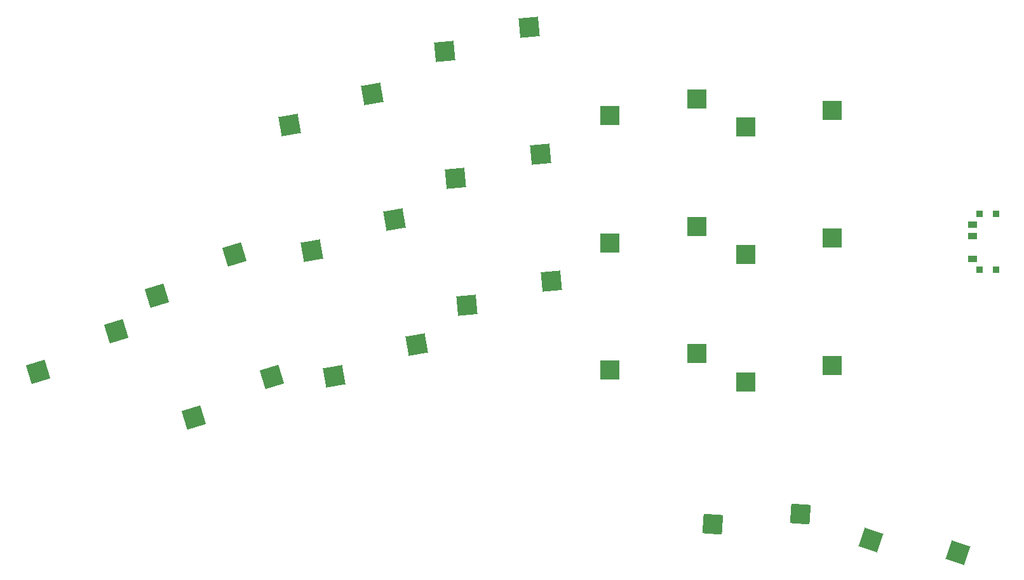
<source format=gtp>
%TF.GenerationSoftware,KiCad,Pcbnew,(6.0.4-0)*%
%TF.CreationDate,2022-06-10T10:13:31+02:00*%
%TF.ProjectId,basbousa,62617362-6f75-4736-912e-6b696361645f,v1.0.0*%
%TF.SameCoordinates,Original*%
%TF.FileFunction,Paste,Top*%
%TF.FilePolarity,Positive*%
%FSLAX46Y46*%
G04 Gerber Fmt 4.6, Leading zero omitted, Abs format (unit mm)*
G04 Created by KiCad (PCBNEW (6.0.4-0)) date 2022-06-10 10:13:31*
%MOMM*%
%LPD*%
G01*
G04 APERTURE LIST*
G04 Aperture macros list*
%AMRotRect*
0 Rectangle, with rotation*
0 The origin of the aperture is its center*
0 $1 length*
0 $2 width*
0 $3 Rotation angle, in degrees counterclockwise*
0 Add horizontal line*
21,1,$1,$2,0,0,$3*%
G04 Aperture macros list end*
%ADD10R,0.900000X0.900000*%
%ADD11R,1.250000X0.900000*%
%ADD12RotRect,2.600000X2.600000X10.000000*%
%ADD13RotRect,2.600000X2.600000X5.000000*%
%ADD14R,2.600000X2.600000*%
%ADD15RotRect,2.600000X2.600000X341.000000*%
%ADD16RotRect,2.600000X2.600000X17.000000*%
%ADD17RotRect,2.600000X2.600000X356.000000*%
G04 APERTURE END LIST*
D10*
%TO.C,T1*%
X156169000Y87958000D03*
X158369000Y95358000D03*
X158369000Y87958000D03*
X156169000Y95358000D03*
D11*
X155194000Y89408000D03*
X155194000Y92408000D03*
X155194000Y93908000D03*
%TD*%
D12*
%TO.C,S11*%
X75199557Y111381133D03*
X64207053Y107208920D03*
%TD*%
D13*
%TO.C,S15*%
X97649093Y103326959D03*
X86334787Y100128683D03*
%TD*%
D14*
%TO.C,S21*%
X118452086Y93711016D03*
X106902086Y91511017D03*
%TD*%
%TO.C,S29*%
X124967546Y106973000D03*
X136517546Y109172999D03*
%TD*%
D15*
%TO.C,S33*%
X153316936Y50207741D03*
X141679946Y51887913D03*
%TD*%
D12*
%TO.C,S7*%
X81103595Y77897669D03*
X70111091Y73725456D03*
%TD*%
D16*
%TO.C,S1*%
X41093928Y79754175D03*
X30691825Y74273413D03*
%TD*%
%TO.C,S5*%
X56878681Y89917181D03*
X46476578Y84436419D03*
%TD*%
D14*
%TO.C,S27*%
X124967546Y89973000D03*
X136517546Y92172999D03*
%TD*%
D12*
%TO.C,S9*%
X78151576Y94639401D03*
X67159072Y90467188D03*
%TD*%
D13*
%TO.C,S13*%
X99130741Y86391649D03*
X87816435Y83193373D03*
%TD*%
%TO.C,S17*%
X96167446Y120262269D03*
X84853140Y117063993D03*
%TD*%
D17*
%TO.C,S31*%
X132303162Y55355504D03*
X120627833Y53966551D03*
%TD*%
D16*
%TO.C,S3*%
X61849000Y73660000D03*
X51446897Y68179238D03*
%TD*%
D14*
%TO.C,S23*%
X118452086Y110711016D03*
X106902086Y108511017D03*
%TD*%
%TO.C,S25*%
X124967546Y72973000D03*
X136517546Y75172999D03*
%TD*%
%TO.C,S19*%
X118452086Y76711016D03*
X106902086Y74511017D03*
%TD*%
M02*

</source>
